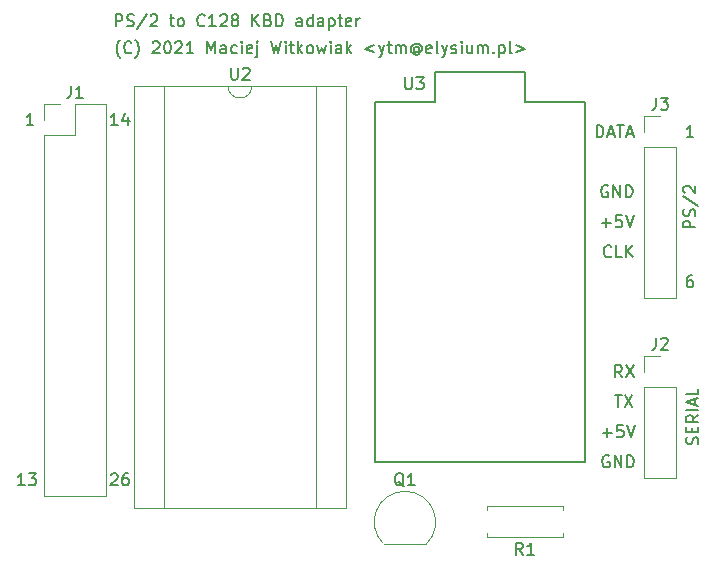
<source format=gto>
G04 #@! TF.GenerationSoftware,KiCad,Pcbnew,(5.1.6)-1*
G04 #@! TF.CreationDate,2021-10-09T22:21:21+02:00*
G04 #@! TF.ProjectId,kicad-c128keyb,6b696361-642d-4633-9132-386b6579622e,rev?*
G04 #@! TF.SameCoordinates,Original*
G04 #@! TF.FileFunction,Legend,Top*
G04 #@! TF.FilePolarity,Positive*
%FSLAX46Y46*%
G04 Gerber Fmt 4.6, Leading zero omitted, Abs format (unit mm)*
G04 Created by KiCad (PCBNEW (5.1.6)-1) date 2021-10-09 22:21:21*
%MOMM*%
%LPD*%
G01*
G04 APERTURE LIST*
%ADD10C,0.150000*%
%ADD11C,0.120000*%
%ADD12C,5.100000*%
%ADD13R,1.800000X1.800000*%
%ADD14O,1.800000X1.800000*%
%ADD15C,1.700000*%
%ADD16R,1.700000X1.700000*%
%ADD17O,1.700000X1.700000*%
%ADD18O,1.000000X1.600000*%
%ADD19R,1.000000X1.600000*%
G04 APERTURE END LIST*
D10*
X152590476Y-83272380D02*
X152400000Y-83272380D01*
X152304761Y-83320000D01*
X152257142Y-83367619D01*
X152161904Y-83510476D01*
X152114285Y-83700952D01*
X152114285Y-84081904D01*
X152161904Y-84177142D01*
X152209523Y-84224761D01*
X152304761Y-84272380D01*
X152495238Y-84272380D01*
X152590476Y-84224761D01*
X152638095Y-84177142D01*
X152685714Y-84081904D01*
X152685714Y-83843809D01*
X152638095Y-83748571D01*
X152590476Y-83700952D01*
X152495238Y-83653333D01*
X152304761Y-83653333D01*
X152209523Y-83700952D01*
X152161904Y-83748571D01*
X152114285Y-83843809D01*
X152685714Y-71572380D02*
X152114285Y-71572380D01*
X152400000Y-71572380D02*
X152400000Y-70572380D01*
X152304761Y-70715238D01*
X152209523Y-70810476D01*
X152114285Y-70858095D01*
X103784095Y-62174380D02*
X103784095Y-61174380D01*
X104165047Y-61174380D01*
X104260285Y-61222000D01*
X104307904Y-61269619D01*
X104355523Y-61364857D01*
X104355523Y-61507714D01*
X104307904Y-61602952D01*
X104260285Y-61650571D01*
X104165047Y-61698190D01*
X103784095Y-61698190D01*
X104736476Y-62126761D02*
X104879333Y-62174380D01*
X105117428Y-62174380D01*
X105212666Y-62126761D01*
X105260285Y-62079142D01*
X105307904Y-61983904D01*
X105307904Y-61888666D01*
X105260285Y-61793428D01*
X105212666Y-61745809D01*
X105117428Y-61698190D01*
X104926952Y-61650571D01*
X104831714Y-61602952D01*
X104784095Y-61555333D01*
X104736476Y-61460095D01*
X104736476Y-61364857D01*
X104784095Y-61269619D01*
X104831714Y-61222000D01*
X104926952Y-61174380D01*
X105165047Y-61174380D01*
X105307904Y-61222000D01*
X106450761Y-61126761D02*
X105593619Y-62412476D01*
X106736476Y-61269619D02*
X106784095Y-61222000D01*
X106879333Y-61174380D01*
X107117428Y-61174380D01*
X107212666Y-61222000D01*
X107260285Y-61269619D01*
X107307904Y-61364857D01*
X107307904Y-61460095D01*
X107260285Y-61602952D01*
X106688857Y-62174380D01*
X107307904Y-62174380D01*
X108355523Y-61507714D02*
X108736476Y-61507714D01*
X108498380Y-61174380D02*
X108498380Y-62031523D01*
X108546000Y-62126761D01*
X108641238Y-62174380D01*
X108736476Y-62174380D01*
X109212666Y-62174380D02*
X109117428Y-62126761D01*
X109069809Y-62079142D01*
X109022190Y-61983904D01*
X109022190Y-61698190D01*
X109069809Y-61602952D01*
X109117428Y-61555333D01*
X109212666Y-61507714D01*
X109355523Y-61507714D01*
X109450761Y-61555333D01*
X109498380Y-61602952D01*
X109546000Y-61698190D01*
X109546000Y-61983904D01*
X109498380Y-62079142D01*
X109450761Y-62126761D01*
X109355523Y-62174380D01*
X109212666Y-62174380D01*
X111307904Y-62079142D02*
X111260285Y-62126761D01*
X111117428Y-62174380D01*
X111022190Y-62174380D01*
X110879333Y-62126761D01*
X110784095Y-62031523D01*
X110736476Y-61936285D01*
X110688857Y-61745809D01*
X110688857Y-61602952D01*
X110736476Y-61412476D01*
X110784095Y-61317238D01*
X110879333Y-61222000D01*
X111022190Y-61174380D01*
X111117428Y-61174380D01*
X111260285Y-61222000D01*
X111307904Y-61269619D01*
X112260285Y-62174380D02*
X111688857Y-62174380D01*
X111974571Y-62174380D02*
X111974571Y-61174380D01*
X111879333Y-61317238D01*
X111784095Y-61412476D01*
X111688857Y-61460095D01*
X112641238Y-61269619D02*
X112688857Y-61222000D01*
X112784095Y-61174380D01*
X113022190Y-61174380D01*
X113117428Y-61222000D01*
X113165047Y-61269619D01*
X113212666Y-61364857D01*
X113212666Y-61460095D01*
X113165047Y-61602952D01*
X112593619Y-62174380D01*
X113212666Y-62174380D01*
X113784095Y-61602952D02*
X113688857Y-61555333D01*
X113641238Y-61507714D01*
X113593619Y-61412476D01*
X113593619Y-61364857D01*
X113641238Y-61269619D01*
X113688857Y-61222000D01*
X113784095Y-61174380D01*
X113974571Y-61174380D01*
X114069809Y-61222000D01*
X114117428Y-61269619D01*
X114165047Y-61364857D01*
X114165047Y-61412476D01*
X114117428Y-61507714D01*
X114069809Y-61555333D01*
X113974571Y-61602952D01*
X113784095Y-61602952D01*
X113688857Y-61650571D01*
X113641238Y-61698190D01*
X113593619Y-61793428D01*
X113593619Y-61983904D01*
X113641238Y-62079142D01*
X113688857Y-62126761D01*
X113784095Y-62174380D01*
X113974571Y-62174380D01*
X114069809Y-62126761D01*
X114117428Y-62079142D01*
X114165047Y-61983904D01*
X114165047Y-61793428D01*
X114117428Y-61698190D01*
X114069809Y-61650571D01*
X113974571Y-61602952D01*
X115355523Y-62174380D02*
X115355523Y-61174380D01*
X115926952Y-62174380D02*
X115498380Y-61602952D01*
X115926952Y-61174380D02*
X115355523Y-61745809D01*
X116688857Y-61650571D02*
X116831714Y-61698190D01*
X116879333Y-61745809D01*
X116926952Y-61841047D01*
X116926952Y-61983904D01*
X116879333Y-62079142D01*
X116831714Y-62126761D01*
X116736476Y-62174380D01*
X116355523Y-62174380D01*
X116355523Y-61174380D01*
X116688857Y-61174380D01*
X116784095Y-61222000D01*
X116831714Y-61269619D01*
X116879333Y-61364857D01*
X116879333Y-61460095D01*
X116831714Y-61555333D01*
X116784095Y-61602952D01*
X116688857Y-61650571D01*
X116355523Y-61650571D01*
X117355523Y-62174380D02*
X117355523Y-61174380D01*
X117593619Y-61174380D01*
X117736476Y-61222000D01*
X117831714Y-61317238D01*
X117879333Y-61412476D01*
X117926952Y-61602952D01*
X117926952Y-61745809D01*
X117879333Y-61936285D01*
X117831714Y-62031523D01*
X117736476Y-62126761D01*
X117593619Y-62174380D01*
X117355523Y-62174380D01*
X119546000Y-62174380D02*
X119546000Y-61650571D01*
X119498380Y-61555333D01*
X119403142Y-61507714D01*
X119212666Y-61507714D01*
X119117428Y-61555333D01*
X119546000Y-62126761D02*
X119450761Y-62174380D01*
X119212666Y-62174380D01*
X119117428Y-62126761D01*
X119069809Y-62031523D01*
X119069809Y-61936285D01*
X119117428Y-61841047D01*
X119212666Y-61793428D01*
X119450761Y-61793428D01*
X119546000Y-61745809D01*
X120450761Y-62174380D02*
X120450761Y-61174380D01*
X120450761Y-62126761D02*
X120355523Y-62174380D01*
X120165047Y-62174380D01*
X120069809Y-62126761D01*
X120022190Y-62079142D01*
X119974571Y-61983904D01*
X119974571Y-61698190D01*
X120022190Y-61602952D01*
X120069809Y-61555333D01*
X120165047Y-61507714D01*
X120355523Y-61507714D01*
X120450761Y-61555333D01*
X121355523Y-62174380D02*
X121355523Y-61650571D01*
X121307904Y-61555333D01*
X121212666Y-61507714D01*
X121022190Y-61507714D01*
X120926952Y-61555333D01*
X121355523Y-62126761D02*
X121260285Y-62174380D01*
X121022190Y-62174380D01*
X120926952Y-62126761D01*
X120879333Y-62031523D01*
X120879333Y-61936285D01*
X120926952Y-61841047D01*
X121022190Y-61793428D01*
X121260285Y-61793428D01*
X121355523Y-61745809D01*
X121831714Y-61507714D02*
X121831714Y-62507714D01*
X121831714Y-61555333D02*
X121926952Y-61507714D01*
X122117428Y-61507714D01*
X122212666Y-61555333D01*
X122260285Y-61602952D01*
X122307904Y-61698190D01*
X122307904Y-61983904D01*
X122260285Y-62079142D01*
X122212666Y-62126761D01*
X122117428Y-62174380D01*
X121926952Y-62174380D01*
X121831714Y-62126761D01*
X122593619Y-61507714D02*
X122974571Y-61507714D01*
X122736476Y-61174380D02*
X122736476Y-62031523D01*
X122784095Y-62126761D01*
X122879333Y-62174380D01*
X122974571Y-62174380D01*
X123688857Y-62126761D02*
X123593619Y-62174380D01*
X123403142Y-62174380D01*
X123307904Y-62126761D01*
X123260285Y-62031523D01*
X123260285Y-61650571D01*
X123307904Y-61555333D01*
X123403142Y-61507714D01*
X123593619Y-61507714D01*
X123688857Y-61555333D01*
X123736476Y-61650571D01*
X123736476Y-61745809D01*
X123260285Y-61841047D01*
X124165047Y-62174380D02*
X124165047Y-61507714D01*
X124165047Y-61698190D02*
X124212666Y-61602952D01*
X124260285Y-61555333D01*
X124355523Y-61507714D01*
X124450761Y-61507714D01*
X104158000Y-64841333D02*
X104110380Y-64793714D01*
X104015142Y-64650857D01*
X103967523Y-64555619D01*
X103919904Y-64412761D01*
X103872285Y-64174666D01*
X103872285Y-63984190D01*
X103919904Y-63746095D01*
X103967523Y-63603238D01*
X104015142Y-63508000D01*
X104110380Y-63365142D01*
X104158000Y-63317523D01*
X105110380Y-64365142D02*
X105062761Y-64412761D01*
X104919904Y-64460380D01*
X104824666Y-64460380D01*
X104681809Y-64412761D01*
X104586571Y-64317523D01*
X104538952Y-64222285D01*
X104491333Y-64031809D01*
X104491333Y-63888952D01*
X104538952Y-63698476D01*
X104586571Y-63603238D01*
X104681809Y-63508000D01*
X104824666Y-63460380D01*
X104919904Y-63460380D01*
X105062761Y-63508000D01*
X105110380Y-63555619D01*
X105443714Y-64841333D02*
X105491333Y-64793714D01*
X105586571Y-64650857D01*
X105634190Y-64555619D01*
X105681809Y-64412761D01*
X105729428Y-64174666D01*
X105729428Y-63984190D01*
X105681809Y-63746095D01*
X105634190Y-63603238D01*
X105586571Y-63508000D01*
X105491333Y-63365142D01*
X105443714Y-63317523D01*
X106919904Y-63555619D02*
X106967523Y-63508000D01*
X107062761Y-63460380D01*
X107300857Y-63460380D01*
X107396095Y-63508000D01*
X107443714Y-63555619D01*
X107491333Y-63650857D01*
X107491333Y-63746095D01*
X107443714Y-63888952D01*
X106872285Y-64460380D01*
X107491333Y-64460380D01*
X108110380Y-63460380D02*
X108205619Y-63460380D01*
X108300857Y-63508000D01*
X108348476Y-63555619D01*
X108396095Y-63650857D01*
X108443714Y-63841333D01*
X108443714Y-64079428D01*
X108396095Y-64269904D01*
X108348476Y-64365142D01*
X108300857Y-64412761D01*
X108205619Y-64460380D01*
X108110380Y-64460380D01*
X108015142Y-64412761D01*
X107967523Y-64365142D01*
X107919904Y-64269904D01*
X107872285Y-64079428D01*
X107872285Y-63841333D01*
X107919904Y-63650857D01*
X107967523Y-63555619D01*
X108015142Y-63508000D01*
X108110380Y-63460380D01*
X108824666Y-63555619D02*
X108872285Y-63508000D01*
X108967523Y-63460380D01*
X109205619Y-63460380D01*
X109300857Y-63508000D01*
X109348476Y-63555619D01*
X109396095Y-63650857D01*
X109396095Y-63746095D01*
X109348476Y-63888952D01*
X108777047Y-64460380D01*
X109396095Y-64460380D01*
X110348476Y-64460380D02*
X109777047Y-64460380D01*
X110062761Y-64460380D02*
X110062761Y-63460380D01*
X109967523Y-63603238D01*
X109872285Y-63698476D01*
X109777047Y-63746095D01*
X111538952Y-64460380D02*
X111538952Y-63460380D01*
X111872285Y-64174666D01*
X112205619Y-63460380D01*
X112205619Y-64460380D01*
X113110380Y-64460380D02*
X113110380Y-63936571D01*
X113062761Y-63841333D01*
X112967523Y-63793714D01*
X112777047Y-63793714D01*
X112681809Y-63841333D01*
X113110380Y-64412761D02*
X113015142Y-64460380D01*
X112777047Y-64460380D01*
X112681809Y-64412761D01*
X112634190Y-64317523D01*
X112634190Y-64222285D01*
X112681809Y-64127047D01*
X112777047Y-64079428D01*
X113015142Y-64079428D01*
X113110380Y-64031809D01*
X114015142Y-64412761D02*
X113919904Y-64460380D01*
X113729428Y-64460380D01*
X113634190Y-64412761D01*
X113586571Y-64365142D01*
X113538952Y-64269904D01*
X113538952Y-63984190D01*
X113586571Y-63888952D01*
X113634190Y-63841333D01*
X113729428Y-63793714D01*
X113919904Y-63793714D01*
X114015142Y-63841333D01*
X114443714Y-64460380D02*
X114443714Y-63793714D01*
X114443714Y-63460380D02*
X114396095Y-63508000D01*
X114443714Y-63555619D01*
X114491333Y-63508000D01*
X114443714Y-63460380D01*
X114443714Y-63555619D01*
X115300857Y-64412761D02*
X115205619Y-64460380D01*
X115015142Y-64460380D01*
X114919904Y-64412761D01*
X114872285Y-64317523D01*
X114872285Y-63936571D01*
X114919904Y-63841333D01*
X115015142Y-63793714D01*
X115205619Y-63793714D01*
X115300857Y-63841333D01*
X115348476Y-63936571D01*
X115348476Y-64031809D01*
X114872285Y-64127047D01*
X115777047Y-63793714D02*
X115777047Y-64650857D01*
X115729428Y-64746095D01*
X115634190Y-64793714D01*
X115586571Y-64793714D01*
X115777047Y-63460380D02*
X115729428Y-63508000D01*
X115777047Y-63555619D01*
X115824666Y-63508000D01*
X115777047Y-63460380D01*
X115777047Y-63555619D01*
X116919904Y-63460380D02*
X117158000Y-64460380D01*
X117348476Y-63746095D01*
X117538952Y-64460380D01*
X117777047Y-63460380D01*
X118158000Y-64460380D02*
X118158000Y-63793714D01*
X118158000Y-63460380D02*
X118110380Y-63508000D01*
X118158000Y-63555619D01*
X118205619Y-63508000D01*
X118158000Y-63460380D01*
X118158000Y-63555619D01*
X118491333Y-63793714D02*
X118872285Y-63793714D01*
X118634190Y-63460380D02*
X118634190Y-64317523D01*
X118681809Y-64412761D01*
X118777047Y-64460380D01*
X118872285Y-64460380D01*
X119205619Y-64460380D02*
X119205619Y-63460380D01*
X119300857Y-64079428D02*
X119586571Y-64460380D01*
X119586571Y-63793714D02*
X119205619Y-64174666D01*
X120158000Y-64460380D02*
X120062761Y-64412761D01*
X120015142Y-64365142D01*
X119967523Y-64269904D01*
X119967523Y-63984190D01*
X120015142Y-63888952D01*
X120062761Y-63841333D01*
X120158000Y-63793714D01*
X120300857Y-63793714D01*
X120396095Y-63841333D01*
X120443714Y-63888952D01*
X120491333Y-63984190D01*
X120491333Y-64269904D01*
X120443714Y-64365142D01*
X120396095Y-64412761D01*
X120300857Y-64460380D01*
X120158000Y-64460380D01*
X120824666Y-63793714D02*
X121015142Y-64460380D01*
X121205619Y-63984190D01*
X121396095Y-64460380D01*
X121586571Y-63793714D01*
X121967523Y-64460380D02*
X121967523Y-63793714D01*
X121967523Y-63460380D02*
X121919904Y-63508000D01*
X121967523Y-63555619D01*
X122015142Y-63508000D01*
X121967523Y-63460380D01*
X121967523Y-63555619D01*
X122872285Y-64460380D02*
X122872285Y-63936571D01*
X122824666Y-63841333D01*
X122729428Y-63793714D01*
X122538952Y-63793714D01*
X122443714Y-63841333D01*
X122872285Y-64412761D02*
X122777047Y-64460380D01*
X122538952Y-64460380D01*
X122443714Y-64412761D01*
X122396095Y-64317523D01*
X122396095Y-64222285D01*
X122443714Y-64127047D01*
X122538952Y-64079428D01*
X122777047Y-64079428D01*
X122872285Y-64031809D01*
X123348476Y-64460380D02*
X123348476Y-63460380D01*
X123443714Y-64079428D02*
X123729428Y-64460380D01*
X123729428Y-63793714D02*
X123348476Y-64174666D01*
X125681809Y-63793714D02*
X124919904Y-64079428D01*
X125681809Y-64365142D01*
X126062761Y-63793714D02*
X126300857Y-64460380D01*
X126538952Y-63793714D02*
X126300857Y-64460380D01*
X126205619Y-64698476D01*
X126158000Y-64746095D01*
X126062761Y-64793714D01*
X126777047Y-63793714D02*
X127158000Y-63793714D01*
X126919904Y-63460380D02*
X126919904Y-64317523D01*
X126967523Y-64412761D01*
X127062761Y-64460380D01*
X127158000Y-64460380D01*
X127491333Y-64460380D02*
X127491333Y-63793714D01*
X127491333Y-63888952D02*
X127538952Y-63841333D01*
X127634190Y-63793714D01*
X127777047Y-63793714D01*
X127872285Y-63841333D01*
X127919904Y-63936571D01*
X127919904Y-64460380D01*
X127919904Y-63936571D02*
X127967523Y-63841333D01*
X128062761Y-63793714D01*
X128205619Y-63793714D01*
X128300857Y-63841333D01*
X128348476Y-63936571D01*
X128348476Y-64460380D01*
X129443714Y-63984190D02*
X129396095Y-63936571D01*
X129300857Y-63888952D01*
X129205619Y-63888952D01*
X129110380Y-63936571D01*
X129062761Y-63984190D01*
X129015142Y-64079428D01*
X129015142Y-64174666D01*
X129062761Y-64269904D01*
X129110380Y-64317523D01*
X129205619Y-64365142D01*
X129300857Y-64365142D01*
X129396095Y-64317523D01*
X129443714Y-64269904D01*
X129443714Y-63888952D02*
X129443714Y-64269904D01*
X129491333Y-64317523D01*
X129538952Y-64317523D01*
X129634190Y-64269904D01*
X129681809Y-64174666D01*
X129681809Y-63936571D01*
X129586571Y-63793714D01*
X129443714Y-63698476D01*
X129253238Y-63650857D01*
X129062761Y-63698476D01*
X128919904Y-63793714D01*
X128824666Y-63936571D01*
X128777047Y-64127047D01*
X128824666Y-64317523D01*
X128919904Y-64460380D01*
X129062761Y-64555619D01*
X129253238Y-64603238D01*
X129443714Y-64555619D01*
X129586571Y-64460380D01*
X130491333Y-64412761D02*
X130396095Y-64460380D01*
X130205619Y-64460380D01*
X130110380Y-64412761D01*
X130062761Y-64317523D01*
X130062761Y-63936571D01*
X130110380Y-63841333D01*
X130205619Y-63793714D01*
X130396095Y-63793714D01*
X130491333Y-63841333D01*
X130538952Y-63936571D01*
X130538952Y-64031809D01*
X130062761Y-64127047D01*
X131110380Y-64460380D02*
X131015142Y-64412761D01*
X130967523Y-64317523D01*
X130967523Y-63460380D01*
X131396095Y-63793714D02*
X131634190Y-64460380D01*
X131872285Y-63793714D02*
X131634190Y-64460380D01*
X131538952Y-64698476D01*
X131491333Y-64746095D01*
X131396095Y-64793714D01*
X132205619Y-64412761D02*
X132300857Y-64460380D01*
X132491333Y-64460380D01*
X132586571Y-64412761D01*
X132634190Y-64317523D01*
X132634190Y-64269904D01*
X132586571Y-64174666D01*
X132491333Y-64127047D01*
X132348476Y-64127047D01*
X132253238Y-64079428D01*
X132205619Y-63984190D01*
X132205619Y-63936571D01*
X132253238Y-63841333D01*
X132348476Y-63793714D01*
X132491333Y-63793714D01*
X132586571Y-63841333D01*
X133062761Y-64460380D02*
X133062761Y-63793714D01*
X133062761Y-63460380D02*
X133015142Y-63508000D01*
X133062761Y-63555619D01*
X133110380Y-63508000D01*
X133062761Y-63460380D01*
X133062761Y-63555619D01*
X133967523Y-63793714D02*
X133967523Y-64460380D01*
X133538952Y-63793714D02*
X133538952Y-64317523D01*
X133586571Y-64412761D01*
X133681809Y-64460380D01*
X133824666Y-64460380D01*
X133919904Y-64412761D01*
X133967523Y-64365142D01*
X134443714Y-64460380D02*
X134443714Y-63793714D01*
X134443714Y-63888952D02*
X134491333Y-63841333D01*
X134586571Y-63793714D01*
X134729428Y-63793714D01*
X134824666Y-63841333D01*
X134872285Y-63936571D01*
X134872285Y-64460380D01*
X134872285Y-63936571D02*
X134919904Y-63841333D01*
X135015142Y-63793714D01*
X135158000Y-63793714D01*
X135253238Y-63841333D01*
X135300857Y-63936571D01*
X135300857Y-64460380D01*
X135777047Y-64365142D02*
X135824666Y-64412761D01*
X135777047Y-64460380D01*
X135729428Y-64412761D01*
X135777047Y-64365142D01*
X135777047Y-64460380D01*
X136253238Y-63793714D02*
X136253238Y-64793714D01*
X136253238Y-63841333D02*
X136348476Y-63793714D01*
X136538952Y-63793714D01*
X136634190Y-63841333D01*
X136681809Y-63888952D01*
X136729428Y-63984190D01*
X136729428Y-64269904D01*
X136681809Y-64365142D01*
X136634190Y-64412761D01*
X136538952Y-64460380D01*
X136348476Y-64460380D01*
X136253238Y-64412761D01*
X137300857Y-64460380D02*
X137205619Y-64412761D01*
X137158000Y-64317523D01*
X137158000Y-63460380D01*
X137681809Y-63793714D02*
X138443714Y-64079428D01*
X137681809Y-64365142D01*
X103949523Y-70556380D02*
X103378095Y-70556380D01*
X103663809Y-70556380D02*
X103663809Y-69556380D01*
X103568571Y-69699238D01*
X103473333Y-69794476D01*
X103378095Y-69842095D01*
X104806666Y-69889714D02*
X104806666Y-70556380D01*
X104568571Y-69508761D02*
X104330476Y-70223047D01*
X104949523Y-70223047D01*
X96075523Y-101036380D02*
X95504095Y-101036380D01*
X95789809Y-101036380D02*
X95789809Y-100036380D01*
X95694571Y-100179238D01*
X95599333Y-100274476D01*
X95504095Y-100322095D01*
X96408857Y-100036380D02*
X97027904Y-100036380D01*
X96694571Y-100417333D01*
X96837428Y-100417333D01*
X96932666Y-100464952D01*
X96980285Y-100512571D01*
X97027904Y-100607809D01*
X97027904Y-100845904D01*
X96980285Y-100941142D01*
X96932666Y-100988761D01*
X96837428Y-101036380D01*
X96551714Y-101036380D01*
X96456476Y-100988761D01*
X96408857Y-100941142D01*
X103378095Y-100131619D02*
X103425714Y-100084000D01*
X103520952Y-100036380D01*
X103759047Y-100036380D01*
X103854285Y-100084000D01*
X103901904Y-100131619D01*
X103949523Y-100226857D01*
X103949523Y-100322095D01*
X103901904Y-100464952D01*
X103330476Y-101036380D01*
X103949523Y-101036380D01*
X104806666Y-100036380D02*
X104616190Y-100036380D01*
X104520952Y-100084000D01*
X104473333Y-100131619D01*
X104378095Y-100274476D01*
X104330476Y-100464952D01*
X104330476Y-100845904D01*
X104378095Y-100941142D01*
X104425714Y-100988761D01*
X104520952Y-101036380D01*
X104711428Y-101036380D01*
X104806666Y-100988761D01*
X104854285Y-100941142D01*
X104901904Y-100845904D01*
X104901904Y-100607809D01*
X104854285Y-100512571D01*
X104806666Y-100464952D01*
X104711428Y-100417333D01*
X104520952Y-100417333D01*
X104425714Y-100464952D01*
X104378095Y-100512571D01*
X104330476Y-100607809D01*
X96805714Y-70556380D02*
X96234285Y-70556380D01*
X96520000Y-70556380D02*
X96520000Y-69556380D01*
X96424761Y-69699238D01*
X96329523Y-69794476D01*
X96234285Y-69842095D01*
X153058761Y-97559523D02*
X153106380Y-97416666D01*
X153106380Y-97178571D01*
X153058761Y-97083333D01*
X153011142Y-97035714D01*
X152915904Y-96988095D01*
X152820666Y-96988095D01*
X152725428Y-97035714D01*
X152677809Y-97083333D01*
X152630190Y-97178571D01*
X152582571Y-97369047D01*
X152534952Y-97464285D01*
X152487333Y-97511904D01*
X152392095Y-97559523D01*
X152296857Y-97559523D01*
X152201619Y-97511904D01*
X152154000Y-97464285D01*
X152106380Y-97369047D01*
X152106380Y-97130952D01*
X152154000Y-96988095D01*
X152582571Y-96559523D02*
X152582571Y-96226190D01*
X153106380Y-96083333D02*
X153106380Y-96559523D01*
X152106380Y-96559523D01*
X152106380Y-96083333D01*
X153106380Y-95083333D02*
X152630190Y-95416666D01*
X153106380Y-95654761D02*
X152106380Y-95654761D01*
X152106380Y-95273809D01*
X152154000Y-95178571D01*
X152201619Y-95130952D01*
X152296857Y-95083333D01*
X152439714Y-95083333D01*
X152534952Y-95130952D01*
X152582571Y-95178571D01*
X152630190Y-95273809D01*
X152630190Y-95654761D01*
X153106380Y-94654761D02*
X152106380Y-94654761D01*
X152820666Y-94226190D02*
X152820666Y-93750000D01*
X153106380Y-94321428D02*
X152106380Y-93988095D01*
X153106380Y-93654761D01*
X153106380Y-92845238D02*
X153106380Y-93321428D01*
X152106380Y-93321428D01*
X152852380Y-79208095D02*
X151852380Y-79208095D01*
X151852380Y-78827142D01*
X151900000Y-78731904D01*
X151947619Y-78684285D01*
X152042857Y-78636666D01*
X152185714Y-78636666D01*
X152280952Y-78684285D01*
X152328571Y-78731904D01*
X152376190Y-78827142D01*
X152376190Y-79208095D01*
X152804761Y-78255714D02*
X152852380Y-78112857D01*
X152852380Y-77874761D01*
X152804761Y-77779523D01*
X152757142Y-77731904D01*
X152661904Y-77684285D01*
X152566666Y-77684285D01*
X152471428Y-77731904D01*
X152423809Y-77779523D01*
X152376190Y-77874761D01*
X152328571Y-78065238D01*
X152280952Y-78160476D01*
X152233333Y-78208095D01*
X152138095Y-78255714D01*
X152042857Y-78255714D01*
X151947619Y-78208095D01*
X151900000Y-78160476D01*
X151852380Y-78065238D01*
X151852380Y-77827142D01*
X151900000Y-77684285D01*
X151804761Y-76541428D02*
X153090476Y-77398571D01*
X151947619Y-76255714D02*
X151900000Y-76208095D01*
X151852380Y-76112857D01*
X151852380Y-75874761D01*
X151900000Y-75779523D01*
X151947619Y-75731904D01*
X152042857Y-75684285D01*
X152138095Y-75684285D01*
X152280952Y-75731904D01*
X152852380Y-76303333D01*
X152852380Y-75684285D01*
X145542095Y-98560000D02*
X145446857Y-98512380D01*
X145304000Y-98512380D01*
X145161142Y-98560000D01*
X145065904Y-98655238D01*
X145018285Y-98750476D01*
X144970666Y-98940952D01*
X144970666Y-99083809D01*
X145018285Y-99274285D01*
X145065904Y-99369523D01*
X145161142Y-99464761D01*
X145304000Y-99512380D01*
X145399238Y-99512380D01*
X145542095Y-99464761D01*
X145589714Y-99417142D01*
X145589714Y-99083809D01*
X145399238Y-99083809D01*
X146018285Y-99512380D02*
X146018285Y-98512380D01*
X146589714Y-99512380D01*
X146589714Y-98512380D01*
X147065904Y-99512380D02*
X147065904Y-98512380D01*
X147304000Y-98512380D01*
X147446857Y-98560000D01*
X147542095Y-98655238D01*
X147589714Y-98750476D01*
X147637333Y-98940952D01*
X147637333Y-99083809D01*
X147589714Y-99274285D01*
X147542095Y-99369523D01*
X147446857Y-99464761D01*
X147304000Y-99512380D01*
X147065904Y-99512380D01*
X145018285Y-96591428D02*
X145780190Y-96591428D01*
X145399238Y-96972380D02*
X145399238Y-96210476D01*
X146732571Y-95972380D02*
X146256380Y-95972380D01*
X146208761Y-96448571D01*
X146256380Y-96400952D01*
X146351619Y-96353333D01*
X146589714Y-96353333D01*
X146684952Y-96400952D01*
X146732571Y-96448571D01*
X146780190Y-96543809D01*
X146780190Y-96781904D01*
X146732571Y-96877142D01*
X146684952Y-96924761D01*
X146589714Y-96972380D01*
X146351619Y-96972380D01*
X146256380Y-96924761D01*
X146208761Y-96877142D01*
X147065904Y-95972380D02*
X147399238Y-96972380D01*
X147732571Y-95972380D01*
X146050095Y-93432380D02*
X146621523Y-93432380D01*
X146335809Y-94432380D02*
X146335809Y-93432380D01*
X146859619Y-93432380D02*
X147526285Y-94432380D01*
X147526285Y-93432380D02*
X146859619Y-94432380D01*
X146645333Y-91892380D02*
X146312000Y-91416190D01*
X146073904Y-91892380D02*
X146073904Y-90892380D01*
X146454857Y-90892380D01*
X146550095Y-90940000D01*
X146597714Y-90987619D01*
X146645333Y-91082857D01*
X146645333Y-91225714D01*
X146597714Y-91320952D01*
X146550095Y-91368571D01*
X146454857Y-91416190D01*
X146073904Y-91416190D01*
X146978666Y-90892380D02*
X147645333Y-91892380D01*
X147645333Y-90892380D02*
X146978666Y-91892380D01*
X145730500Y-81637142D02*
X145682880Y-81684761D01*
X145540023Y-81732380D01*
X145444785Y-81732380D01*
X145301928Y-81684761D01*
X145206690Y-81589523D01*
X145159071Y-81494285D01*
X145111452Y-81303809D01*
X145111452Y-81160952D01*
X145159071Y-80970476D01*
X145206690Y-80875238D01*
X145301928Y-80780000D01*
X145444785Y-80732380D01*
X145540023Y-80732380D01*
X145682880Y-80780000D01*
X145730500Y-80827619D01*
X146635261Y-81732380D02*
X146159071Y-81732380D01*
X146159071Y-80732380D01*
X146968595Y-81732380D02*
X146968595Y-80732380D01*
X147540023Y-81732380D02*
X147111452Y-81160952D01*
X147540023Y-80732380D02*
X146968595Y-81303809D01*
X144920976Y-78811428D02*
X145682880Y-78811428D01*
X145301928Y-79192380D02*
X145301928Y-78430476D01*
X146635261Y-78192380D02*
X146159071Y-78192380D01*
X146111452Y-78668571D01*
X146159071Y-78620952D01*
X146254309Y-78573333D01*
X146492404Y-78573333D01*
X146587642Y-78620952D01*
X146635261Y-78668571D01*
X146682880Y-78763809D01*
X146682880Y-79001904D01*
X146635261Y-79097142D01*
X146587642Y-79144761D01*
X146492404Y-79192380D01*
X146254309Y-79192380D01*
X146159071Y-79144761D01*
X146111452Y-79097142D01*
X146968595Y-78192380D02*
X147301928Y-79192380D01*
X147635261Y-78192380D01*
X145444785Y-75700000D02*
X145349547Y-75652380D01*
X145206690Y-75652380D01*
X145063833Y-75700000D01*
X144968595Y-75795238D01*
X144920976Y-75890476D01*
X144873357Y-76080952D01*
X144873357Y-76223809D01*
X144920976Y-76414285D01*
X144968595Y-76509523D01*
X145063833Y-76604761D01*
X145206690Y-76652380D01*
X145301928Y-76652380D01*
X145444785Y-76604761D01*
X145492404Y-76557142D01*
X145492404Y-76223809D01*
X145301928Y-76223809D01*
X145920976Y-76652380D02*
X145920976Y-75652380D01*
X146492404Y-76652380D01*
X146492404Y-75652380D01*
X146968595Y-76652380D02*
X146968595Y-75652380D01*
X147206690Y-75652380D01*
X147349547Y-75700000D01*
X147444785Y-75795238D01*
X147492404Y-75890476D01*
X147540023Y-76080952D01*
X147540023Y-76223809D01*
X147492404Y-76414285D01*
X147444785Y-76509523D01*
X147349547Y-76604761D01*
X147206690Y-76652380D01*
X146968595Y-76652380D01*
X144492404Y-71572380D02*
X144492404Y-70572380D01*
X144730500Y-70572380D01*
X144873357Y-70620000D01*
X144968595Y-70715238D01*
X145016214Y-70810476D01*
X145063833Y-71000952D01*
X145063833Y-71143809D01*
X145016214Y-71334285D01*
X144968595Y-71429523D01*
X144873357Y-71524761D01*
X144730500Y-71572380D01*
X144492404Y-71572380D01*
X145444785Y-71286666D02*
X145920976Y-71286666D01*
X145349547Y-71572380D02*
X145682880Y-70572380D01*
X146016214Y-71572380D01*
X146206690Y-70572380D02*
X146778119Y-70572380D01*
X146492404Y-71572380D02*
X146492404Y-70572380D01*
X147063833Y-71286666D02*
X147540023Y-71286666D01*
X146968595Y-71572380D02*
X147301928Y-70572380D01*
X147635261Y-71572380D01*
D11*
X97730000Y-101914000D02*
X102930000Y-101914000D01*
X97730000Y-71374000D02*
X97730000Y-101914000D01*
X102930000Y-68774000D02*
X102930000Y-101914000D01*
X97730000Y-71374000D02*
X100330000Y-71374000D01*
X100330000Y-71374000D02*
X100330000Y-68774000D01*
X100330000Y-68774000D02*
X102930000Y-68774000D01*
X97730000Y-70104000D02*
X97730000Y-68774000D01*
X97730000Y-68774000D02*
X99060000Y-68774000D01*
D10*
X143510000Y-99060000D02*
X125730000Y-99060000D01*
X143510000Y-68580000D02*
X143510000Y-99060000D01*
X138430000Y-68580000D02*
X143510000Y-68580000D01*
X138430000Y-66040000D02*
X138430000Y-68580000D01*
X130810000Y-66040000D02*
X138430000Y-66040000D01*
X130810000Y-68580000D02*
X130810000Y-66040000D01*
X125730000Y-68580000D02*
X130810000Y-68580000D01*
X125730000Y-68580000D02*
X125730000Y-99060000D01*
D11*
X113300000Y-67250000D02*
X107840000Y-67250000D01*
X107840000Y-67250000D02*
X107840000Y-102930000D01*
X107840000Y-102930000D02*
X120760000Y-102930000D01*
X120760000Y-102930000D02*
X120760000Y-67250000D01*
X120760000Y-67250000D02*
X115300000Y-67250000D01*
X105350000Y-67190000D02*
X105350000Y-102990000D01*
X105350000Y-102990000D02*
X123250000Y-102990000D01*
X123250000Y-102990000D02*
X123250000Y-67190000D01*
X123250000Y-67190000D02*
X105350000Y-67190000D01*
X115300000Y-67250000D02*
G75*
G02*
X113300000Y-67250000I-1000000J0D01*
G01*
X141640000Y-105120000D02*
X141640000Y-105450000D01*
X141640000Y-105450000D02*
X135220000Y-105450000D01*
X135220000Y-105450000D02*
X135220000Y-105120000D01*
X141640000Y-103160000D02*
X141640000Y-102830000D01*
X141640000Y-102830000D02*
X135220000Y-102830000D01*
X135220000Y-102830000D02*
X135220000Y-103160000D01*
X126470000Y-105990000D02*
X130070000Y-105990000D01*
X126431522Y-105978478D02*
G75*
G02*
X128270000Y-101540000I1838478J1838478D01*
G01*
X130108478Y-105978478D02*
G75*
G03*
X128270000Y-101540000I-1838478J1838478D01*
G01*
X148530000Y-85150000D02*
X151190000Y-85150000D01*
X148530000Y-72390000D02*
X148530000Y-85150000D01*
X151190000Y-72390000D02*
X151190000Y-85150000D01*
X148530000Y-72390000D02*
X151190000Y-72390000D01*
X148530000Y-71120000D02*
X148530000Y-69790000D01*
X148530000Y-69790000D02*
X149860000Y-69790000D01*
X148530000Y-100390000D02*
X151190000Y-100390000D01*
X148530000Y-92710000D02*
X148530000Y-100390000D01*
X151190000Y-92710000D02*
X151190000Y-100390000D01*
X148530000Y-92710000D02*
X151190000Y-92710000D01*
X148530000Y-91440000D02*
X148530000Y-90110000D01*
X148530000Y-90110000D02*
X149860000Y-90110000D01*
D10*
X99996666Y-67226380D02*
X99996666Y-67940666D01*
X99949047Y-68083523D01*
X99853809Y-68178761D01*
X99710952Y-68226380D01*
X99615714Y-68226380D01*
X100996666Y-68226380D02*
X100425238Y-68226380D01*
X100710952Y-68226380D02*
X100710952Y-67226380D01*
X100615714Y-67369238D01*
X100520476Y-67464476D01*
X100425238Y-67512095D01*
X128270095Y-66508380D02*
X128270095Y-67317904D01*
X128317714Y-67413142D01*
X128365333Y-67460761D01*
X128460571Y-67508380D01*
X128651047Y-67508380D01*
X128746285Y-67460761D01*
X128793904Y-67413142D01*
X128841523Y-67317904D01*
X128841523Y-66508380D01*
X129222476Y-66508380D02*
X129841523Y-66508380D01*
X129508190Y-66889333D01*
X129651047Y-66889333D01*
X129746285Y-66936952D01*
X129793904Y-66984571D01*
X129841523Y-67079809D01*
X129841523Y-67317904D01*
X129793904Y-67413142D01*
X129746285Y-67460761D01*
X129651047Y-67508380D01*
X129365333Y-67508380D01*
X129270095Y-67460761D01*
X129222476Y-67413142D01*
X113538095Y-65702380D02*
X113538095Y-66511904D01*
X113585714Y-66607142D01*
X113633333Y-66654761D01*
X113728571Y-66702380D01*
X113919047Y-66702380D01*
X114014285Y-66654761D01*
X114061904Y-66607142D01*
X114109523Y-66511904D01*
X114109523Y-65702380D01*
X114538095Y-65797619D02*
X114585714Y-65750000D01*
X114680952Y-65702380D01*
X114919047Y-65702380D01*
X115014285Y-65750000D01*
X115061904Y-65797619D01*
X115109523Y-65892857D01*
X115109523Y-65988095D01*
X115061904Y-66130952D01*
X114490476Y-66702380D01*
X115109523Y-66702380D01*
X138263333Y-106902380D02*
X137930000Y-106426190D01*
X137691904Y-106902380D02*
X137691904Y-105902380D01*
X138072857Y-105902380D01*
X138168095Y-105950000D01*
X138215714Y-105997619D01*
X138263333Y-106092857D01*
X138263333Y-106235714D01*
X138215714Y-106330952D01*
X138168095Y-106378571D01*
X138072857Y-106426190D01*
X137691904Y-106426190D01*
X139215714Y-106902380D02*
X138644285Y-106902380D01*
X138930000Y-106902380D02*
X138930000Y-105902380D01*
X138834761Y-106045238D01*
X138739523Y-106140476D01*
X138644285Y-106188095D01*
X128174761Y-101127619D02*
X128079523Y-101080000D01*
X127984285Y-100984761D01*
X127841428Y-100841904D01*
X127746190Y-100794285D01*
X127650952Y-100794285D01*
X127698571Y-101032380D02*
X127603333Y-100984761D01*
X127508095Y-100889523D01*
X127460476Y-100699047D01*
X127460476Y-100365714D01*
X127508095Y-100175238D01*
X127603333Y-100080000D01*
X127698571Y-100032380D01*
X127889047Y-100032380D01*
X127984285Y-100080000D01*
X128079523Y-100175238D01*
X128127142Y-100365714D01*
X128127142Y-100699047D01*
X128079523Y-100889523D01*
X127984285Y-100984761D01*
X127889047Y-101032380D01*
X127698571Y-101032380D01*
X129079523Y-101032380D02*
X128508095Y-101032380D01*
X128793809Y-101032380D02*
X128793809Y-100032380D01*
X128698571Y-100175238D01*
X128603333Y-100270476D01*
X128508095Y-100318095D01*
X149526666Y-68242380D02*
X149526666Y-68956666D01*
X149479047Y-69099523D01*
X149383809Y-69194761D01*
X149240952Y-69242380D01*
X149145714Y-69242380D01*
X149907619Y-68242380D02*
X150526666Y-68242380D01*
X150193333Y-68623333D01*
X150336190Y-68623333D01*
X150431428Y-68670952D01*
X150479047Y-68718571D01*
X150526666Y-68813809D01*
X150526666Y-69051904D01*
X150479047Y-69147142D01*
X150431428Y-69194761D01*
X150336190Y-69242380D01*
X150050476Y-69242380D01*
X149955238Y-69194761D01*
X149907619Y-69147142D01*
X149526666Y-88562380D02*
X149526666Y-89276666D01*
X149479047Y-89419523D01*
X149383809Y-89514761D01*
X149240952Y-89562380D01*
X149145714Y-89562380D01*
X149955238Y-88657619D02*
X150002857Y-88610000D01*
X150098095Y-88562380D01*
X150336190Y-88562380D01*
X150431428Y-88610000D01*
X150479047Y-88657619D01*
X150526666Y-88752857D01*
X150526666Y-88848095D01*
X150479047Y-88990952D01*
X149907619Y-89562380D01*
X150526666Y-89562380D01*
%LPC*%
D12*
X99060000Y-106680000D03*
X149860000Y-106680000D03*
X149860000Y-63500000D03*
X99060000Y-63500000D03*
D13*
X99060000Y-70104000D03*
D14*
X101600000Y-70104000D03*
X99060000Y-72644000D03*
X101600000Y-72644000D03*
X99060000Y-75184000D03*
X101600000Y-75184000D03*
X99060000Y-77724000D03*
X101600000Y-77724000D03*
X99060000Y-80264000D03*
X101600000Y-80264000D03*
X99060000Y-82804000D03*
X101600000Y-82804000D03*
X99060000Y-85344000D03*
X101600000Y-85344000D03*
X99060000Y-87884000D03*
X101600000Y-87884000D03*
X99060000Y-90424000D03*
X101600000Y-90424000D03*
X99060000Y-92964000D03*
X101600000Y-92964000D03*
X99060000Y-95504000D03*
X101600000Y-95504000D03*
X99060000Y-98044000D03*
X101600000Y-98044000D03*
X99060000Y-100584000D03*
X101600000Y-100584000D03*
D15*
X142240000Y-69850000D03*
X142240000Y-72390000D03*
X142240000Y-74930000D03*
X142240000Y-77470000D03*
X142240000Y-80010000D03*
X142240000Y-82550000D03*
X142240000Y-85090000D03*
X142240000Y-87630000D03*
X142240000Y-90170000D03*
X142240000Y-92710000D03*
X142240000Y-95250000D03*
X142240000Y-97790000D03*
X127000000Y-97790000D03*
X127000000Y-95250000D03*
X127000000Y-92710000D03*
X127000000Y-90170000D03*
X127000000Y-87630000D03*
X127000000Y-85090000D03*
X127000000Y-82550000D03*
X127000000Y-80010000D03*
X127000000Y-77470000D03*
X127000000Y-74930000D03*
X127000000Y-72390000D03*
D16*
X127000000Y-69850000D03*
X106680000Y-68580000D03*
D17*
X121920000Y-101600000D03*
X106680000Y-71120000D03*
X121920000Y-99060000D03*
X106680000Y-73660000D03*
X121920000Y-96520000D03*
X106680000Y-76200000D03*
X121920000Y-93980000D03*
X106680000Y-78740000D03*
X121920000Y-91440000D03*
X106680000Y-81280000D03*
X121920000Y-88900000D03*
X106680000Y-83820000D03*
X121920000Y-86360000D03*
X106680000Y-86360000D03*
X121920000Y-83820000D03*
X106680000Y-88900000D03*
X121920000Y-81280000D03*
X106680000Y-91440000D03*
X121920000Y-78740000D03*
X106680000Y-93980000D03*
X121920000Y-76200000D03*
X106680000Y-96520000D03*
X121920000Y-73660000D03*
X106680000Y-99060000D03*
X121920000Y-71120000D03*
X106680000Y-101600000D03*
X121920000Y-68580000D03*
D15*
X142240000Y-104140000D03*
D17*
X134620000Y-104140000D03*
D18*
X128270000Y-104140000D03*
X129540000Y-104140000D03*
D19*
X127000000Y-104140000D03*
D13*
X149860000Y-71120000D03*
D14*
X149860000Y-73660000D03*
X149860000Y-76200000D03*
X149860000Y-78740000D03*
X149860000Y-81280000D03*
X149860000Y-83820000D03*
D13*
X149860000Y-91440000D03*
D14*
X149860000Y-93980000D03*
X149860000Y-96520000D03*
X149860000Y-99060000D03*
M02*

</source>
